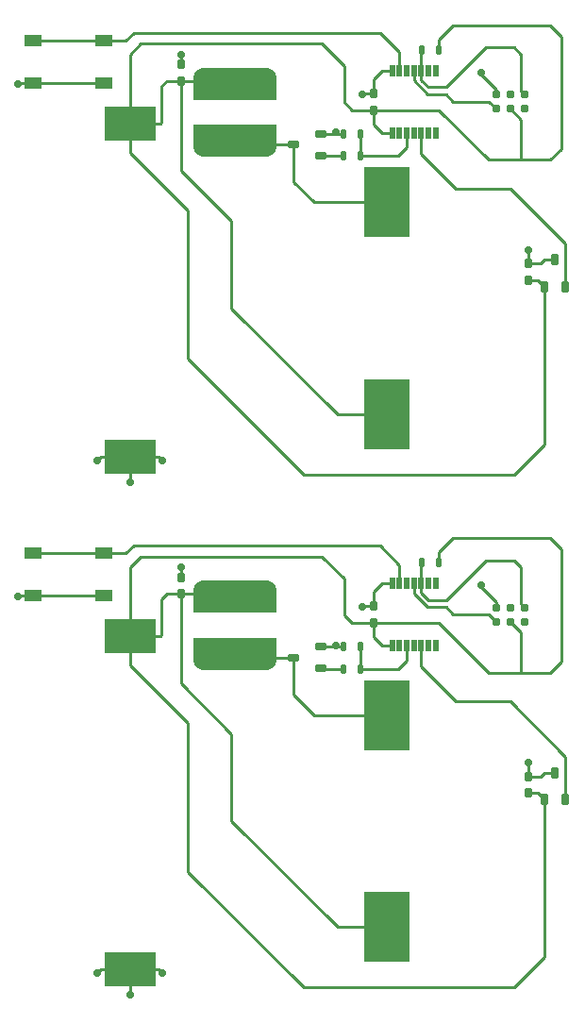
<source format=gtl>
%FSLAX46Y46*%
%MOMM*%
%ADD10C,0.250000*%
%AMPS17*
21,1,6.200000,4.000000,0.000000,0.000000,270.000000*
%
%ADD17PS17*%
%AMPS19*
21,1,1.000000,1.600000,0.000000,0.000000,90.000000*
%
%ADD19PS19*%
%AMPS18*
21,1,1.000000,1.600000,0.000000,0.000000,270.000000*
%
%ADD18PS18*%
%AMPS11*
21,1,0.450000,1.050000,0.000000,0.000000,0.000000*
%
%ADD11PS11*%
%AMPS12*
21,1,0.450000,1.050000,0.000000,0.000000,180.000000*
%
%ADD12PS12*%
%AMPS23*
21,1,3.040000,4.510000,0.000000,0.000000,90.000000*
%
%ADD23PS23*%
%AMPS25*
1,1,0.700000,0.000000,0.000000*
%
%ADD25PS25*%
%AMPS21*
1,1,2.000000,-2.750000,0.450000*
1,1,2.000000,2.750000,0.450000*
4,1,4,
-3.750000,-1.450000,
-3.750000,0.450000,
3.750000,0.450000,
3.750000,-1.450000,
-3.750000,-1.450000,
0*
21,1,5.500000,2.900000,0.000000,0.000000,0.000000*
%
%ADD21PS21*%
%AMPS20*
1,1,2.000000,2.750000,-0.450000*
1,1,2.000000,-2.750000,-0.450000*
4,1,4,
3.750000,1.450000,
3.750000,-0.450000,
-3.750000,-0.450000,
-3.750000,1.450000,
3.750000,1.450000,
0*
21,1,5.500000,2.900000,0.000000,0.000000,180.000000*
%
%ADD20PS20*%
%AMPS15*
1,1,0.360000,0.195000,0.220000*
1,1,0.360000,-0.195000,-0.220000*
1,1,0.360000,-0.195000,0.220000*
21,1,0.800000,0.390000,0.000000,0.000000,90.000000*
21,1,0.440000,0.750000,0.000000,0.000000,90.000000*
1,1,0.360000,0.195000,-0.220000*
%
%ADD15PS15*%
%AMPS22*
1,1,0.240000,0.130000,-0.330000*
1,1,0.240000,-0.130000,0.330000*
1,1,0.240000,0.130000,0.330000*
21,1,0.500000,0.660000,0.000000,0.000000,0.000000*
21,1,0.260000,0.900000,0.000000,0.000000,0.000000*
1,1,0.240000,-0.130000,-0.330000*
%
%ADD22PS22*%
%AMPS13*
1,1,0.240000,-0.130000,0.330000*
1,1,0.240000,0.130000,-0.330000*
1,1,0.240000,-0.130000,-0.330000*
21,1,0.500000,0.660000,0.000000,0.000000,180.000000*
21,1,0.260000,0.900000,0.000000,0.000000,180.000000*
1,1,0.240000,0.130000,0.330000*
%
%ADD13PS13*%
%AMPS16*
1,1,0.340000,-0.180000,0.330000*
1,1,0.340000,0.180000,-0.330000*
1,1,0.340000,-0.180000,-0.330000*
21,1,0.700000,0.660000,0.000000,0.000000,180.000000*
21,1,0.360000,1.000000,0.000000,0.000000,180.000000*
1,1,0.340000,0.180000,0.330000*
%
%ADD16PS16*%
%AMPS24*
1,1,0.340000,-0.330000,-0.180000*
1,1,0.340000,0.330000,0.180000*
1,1,0.340000,0.330000,-0.180000*
21,1,0.700000,0.660000,0.000000,0.000000,270.000000*
21,1,0.360000,1.000000,0.000000,0.000000,270.000000*
1,1,0.340000,-0.330000,0.180000*
%
%ADD24PS24*%
%AMPS14*
1,1,0.787400,0.000000,0.000000*
%
%ADD14PS14*%
G01*
G01*
%LPD*%
D10*
X50775000Y69575000D02*
X45825000Y74525000D01*
D10*
X33537849Y83077031D02*
X33537849Y84337849D01*
D10*
X36512849Y79552031D02*
X36512849Y78212849D01*
D10*
X9375000Y87800000D02*
X11325000Y87800000D01*
D10*
X11700000Y50495000D02*
X11700000Y48200000D01*
D10*
X16250000Y76150000D02*
X16250000Y84175000D01*
D10*
X34775000Y54300000D02*
X30300000Y54300000D01*
D10*
X46150000Y48850000D02*
X48875000Y51575000D01*
D10*
X45812849Y81692031D02*
X46800000Y80704880D01*
D10*
X43909880Y82325000D02*
X40689880Y82325000D01*
D10*
X12025000Y88500000D02*
X34125000Y88500000D01*
D10*
X47450000Y66300000D02*
X48325000Y66300000D01*
D10*
X21460718Y78464282D02*
X21125000Y78800000D01*
D10*
X32335714Y79464282D02*
X32335714Y77464282D01*
D10*
X20850000Y84175000D02*
X21125000Y83900000D01*
D10*
X37812849Y86882021D02*
X37899724Y86968896D01*
D10*
X26385714Y78464282D02*
X26385714Y75114286D01*
D10*
X50375000Y88175000D02*
X50375000Y78100000D01*
D10*
X9120000Y50495000D02*
X8775000Y50150000D01*
D10*
X1675000Y84000000D02*
X1625000Y83950000D01*
D10*
X47082849Y82962031D02*
X46800000Y83244880D01*
D10*
X12675000Y87525000D02*
X11700000Y86550000D01*
D10*
X26385714Y78464282D02*
X21460718Y78464282D01*
D10*
X11700000Y80355000D02*
X14405000Y80355000D01*
D10*
X14975000Y84175000D02*
X16250000Y84175000D01*
D10*
X11700000Y80355000D02*
X11700000Y77775000D01*
D10*
X11700000Y86550000D02*
X11700000Y80355000D01*
D10*
X28925000Y87525000D02*
X12675000Y87525000D01*
D10*
X35862849Y86762151D02*
X35862849Y85102031D01*
D10*
X50375000Y78100000D02*
X49400000Y77125000D01*
D10*
X16900000Y72575000D02*
X16900000Y59250000D01*
D10*
X16250000Y84175000D02*
X20850000Y84175000D01*
D10*
X32602031Y83077031D02*
X32500000Y82975000D01*
D10*
X14280000Y50495000D02*
X14625000Y50150000D01*
D10*
X11700000Y50495000D02*
X9120000Y50495000D01*
D10*
X20800000Y71600000D02*
X16250000Y76150000D01*
D10*
X46800000Y83244880D02*
X46800000Y86550000D01*
D10*
X37812849Y85102031D02*
X37812849Y86882021D01*
D10*
X28200000Y73300000D02*
X34775000Y73300000D01*
D10*
X48325000Y66300000D02*
X48875000Y65750000D01*
D10*
X39422969Y81577031D02*
X33537849Y81577031D01*
D10*
X39399724Y86968896D02*
X39399724Y87924724D01*
D10*
X49400000Y89150000D02*
X50375000Y88175000D01*
D10*
X29985716Y79414282D02*
X28785714Y79414282D01*
D10*
X46800000Y77125000D02*
X43875000Y77125000D01*
D10*
X30835714Y77464282D02*
X28835714Y77464282D01*
D10*
X27300000Y48850000D02*
X46150000Y48850000D01*
D10*
X16900000Y59250000D02*
X27300000Y48850000D01*
D10*
X33537849Y81577031D02*
X31622969Y81577031D01*
D10*
X33537849Y80312151D02*
X33537849Y81577031D01*
D10*
X48875000Y51575000D02*
X48875000Y65750000D01*
D10*
X14525000Y83725000D02*
X14975000Y84175000D01*
D10*
X11700000Y50495000D02*
X14280000Y50495000D01*
D10*
X2975000Y84000000D02*
X1675000Y84000000D01*
D10*
X50775000Y65750000D02*
X50775000Y69575000D01*
D10*
X40950000Y74525000D02*
X37812849Y77662151D01*
D10*
X30835714Y79464282D02*
X30235712Y79464282D01*
D10*
X34297969Y79552031D02*
X33537849Y80312151D01*
D10*
X40037849Y82977031D02*
X38412849Y82977031D01*
D10*
X49400000Y77125000D02*
X46800000Y77125000D01*
D10*
X44542849Y82962031D02*
X44542849Y83433715D01*
D10*
X47450000Y67800000D02*
X47450000Y69000000D01*
D10*
X45825000Y74525000D02*
X40950000Y74525000D01*
D10*
X34302031Y85102031D02*
X35212849Y85102031D01*
D10*
X33537849Y83077031D02*
X32602031Y83077031D01*
D10*
X40625000Y89150000D02*
X49400000Y89150000D01*
D10*
X44542849Y81692031D02*
X43909880Y82325000D01*
D10*
X11700000Y77775000D02*
X16900000Y72575000D01*
D10*
X30135714Y79564280D02*
X29985716Y79414282D01*
D10*
X35212849Y79552031D02*
X34297969Y79552031D01*
D10*
X14405000Y80355000D02*
X14525000Y80475000D01*
D10*
X47450000Y67800000D02*
X48525000Y67800000D01*
D10*
X46150000Y87200000D02*
X43610818Y87200000D01*
D10*
X9375000Y87800000D02*
X2975000Y87800000D01*
D10*
X26385714Y75114286D02*
X28200000Y73300000D01*
D10*
X31622969Y81577031D02*
X30925000Y82275000D01*
D10*
X37162849Y84227031D02*
X37162849Y85102031D01*
D10*
X30235712Y79464282D02*
X30135714Y79564280D01*
D10*
X37812849Y77662151D02*
X37812849Y79552031D01*
D10*
X33537849Y84337849D02*
X34302031Y85102031D01*
D10*
X30925000Y82275000D02*
X30925000Y85525000D01*
D10*
X43875000Y77125000D02*
X39422969Y81577031D01*
D10*
X40037849Y83627031D02*
X38469971Y83627031D01*
D10*
X16250000Y85675000D02*
X16250000Y86550000D01*
D10*
X14525000Y80475000D02*
X14525000Y83725000D01*
D10*
X48525000Y67800000D02*
X48875000Y68150000D01*
D10*
X38412849Y82977031D02*
X37162849Y84227031D01*
D10*
X34125000Y88500000D02*
X35862849Y86762151D01*
D10*
X30300000Y54300000D02*
X20800000Y63800000D01*
D10*
X30925000Y85525000D02*
X28925000Y87525000D01*
D10*
X46800000Y80704880D02*
X46800000Y77125000D01*
D10*
X43610818Y87200000D02*
X40037849Y83627031D01*
D10*
X37812849Y84284153D02*
X37812849Y85102031D01*
D10*
X28835714Y77464282D02*
X28785714Y77514282D01*
D10*
X38469971Y83627031D02*
X37812849Y84284153D01*
D10*
X43190349Y84786215D02*
X43190349Y84927031D01*
D10*
X44542849Y83433715D02*
X43190349Y84786215D01*
D10*
X40689880Y82325000D02*
X40037849Y82977031D01*
D10*
X46800000Y86550000D02*
X46150000Y87200000D01*
D10*
X9375000Y84000000D02*
X2975000Y84000000D01*
D10*
X36512849Y78212849D02*
X35764282Y77464282D01*
D10*
X39399724Y87924724D02*
X40625000Y89150000D01*
D10*
X48875000Y68150000D02*
X49825000Y68150000D01*
D10*
X35764282Y77464282D02*
X32335714Y77464282D01*
D10*
X11325000Y87800000D02*
X12025000Y88500000D01*
D10*
X20800000Y63800000D02*
X20800000Y71600000D01*
D10*
X50775000Y23575000D02*
X45825000Y28525000D01*
D10*
X33537849Y37077031D02*
X33537849Y38337849D01*
D10*
X36512849Y33552031D02*
X36512849Y32212849D01*
D10*
X9375000Y41800000D02*
X11325000Y41800000D01*
D10*
X11700000Y4495000D02*
X11700000Y2200000D01*
D10*
X16250000Y30150000D02*
X16250000Y38175000D01*
D10*
X34775000Y8300000D02*
X30300000Y8300000D01*
D10*
X46150000Y2850000D02*
X48875000Y5575000D01*
D10*
X45812849Y35692031D02*
X46800000Y34704880D01*
D10*
X43909880Y36325000D02*
X40689880Y36325000D01*
D10*
X12025000Y42500000D02*
X34125000Y42500000D01*
D10*
X47450000Y20300000D02*
X48325000Y20300000D01*
D10*
X21460718Y32464282D02*
X21125000Y32800000D01*
D10*
X32335714Y33464282D02*
X32335714Y31464282D01*
D10*
X20850000Y38175000D02*
X21125000Y37900000D01*
D10*
X37812849Y40882021D02*
X37899724Y40968896D01*
D10*
X26385714Y32464282D02*
X26385714Y29114286D01*
D10*
X50375000Y42175000D02*
X50375000Y32100000D01*
D10*
X9120000Y4495000D02*
X8775000Y4150000D01*
D10*
X1675000Y38000000D02*
X1625000Y37950000D01*
D10*
X47082849Y36962031D02*
X46800000Y37244880D01*
D10*
X12675000Y41525000D02*
X11700000Y40550000D01*
D10*
X26385714Y32464282D02*
X21460718Y32464282D01*
D10*
X11700000Y34355000D02*
X14405000Y34355000D01*
D10*
X14975000Y38175000D02*
X16250000Y38175000D01*
D10*
X11700000Y34355000D02*
X11700000Y31775000D01*
D10*
X11700000Y40550000D02*
X11700000Y34355000D01*
D10*
X28925000Y41525000D02*
X12675000Y41525000D01*
D10*
X35862849Y40762151D02*
X35862849Y39102031D01*
D10*
X50375000Y32100000D02*
X49400000Y31125000D01*
D10*
X16900000Y26575000D02*
X16900000Y13250000D01*
D10*
X16250000Y38175000D02*
X20850000Y38175000D01*
D10*
X32602031Y37077031D02*
X32500000Y36975000D01*
D10*
X14280000Y4495000D02*
X14625000Y4150000D01*
D10*
X11700000Y4495000D02*
X9120000Y4495000D01*
D10*
X20800000Y25600000D02*
X16250000Y30150000D01*
D10*
X46800000Y37244880D02*
X46800000Y40550000D01*
D10*
X37812849Y39102031D02*
X37812849Y40882021D01*
D10*
X28200000Y27300000D02*
X34775000Y27300000D01*
D10*
X48325000Y20300000D02*
X48875000Y19750000D01*
D10*
X39422969Y35577031D02*
X33537849Y35577031D01*
D10*
X39399724Y40968896D02*
X39399724Y41924724D01*
D10*
X49400000Y43150000D02*
X50375000Y42175000D01*
D10*
X29985716Y33414282D02*
X28785714Y33414282D01*
D10*
X46800000Y31125000D02*
X43875000Y31125000D01*
D10*
X30835714Y31464282D02*
X28835714Y31464282D01*
D10*
X27300000Y2850000D02*
X46150000Y2850000D01*
D10*
X16900000Y13250000D02*
X27300000Y2850000D01*
D10*
X33537849Y35577031D02*
X31622969Y35577031D01*
D10*
X33537849Y34312151D02*
X33537849Y35577031D01*
D10*
X48875000Y5575000D02*
X48875000Y19750000D01*
D10*
X14525000Y37725000D02*
X14975000Y38175000D01*
D10*
X11700000Y4495000D02*
X14280000Y4495000D01*
D10*
X2975000Y38000000D02*
X1675000Y38000000D01*
D10*
X50775000Y19750000D02*
X50775000Y23575000D01*
D10*
X40950000Y28525000D02*
X37812849Y31662151D01*
D10*
X30835714Y33464282D02*
X30235712Y33464282D01*
D10*
X34297969Y33552031D02*
X33537849Y34312151D01*
D10*
X40037849Y36977031D02*
X38412849Y36977031D01*
D10*
X49400000Y31125000D02*
X46800000Y31125000D01*
D10*
X44542849Y36962031D02*
X44542849Y37433715D01*
D10*
X47450000Y21800000D02*
X47450000Y23000000D01*
D10*
X45825000Y28525000D02*
X40950000Y28525000D01*
D10*
X34302031Y39102031D02*
X35212849Y39102031D01*
D10*
X33537849Y37077031D02*
X32602031Y37077031D01*
D10*
X40625000Y43150000D02*
X49400000Y43150000D01*
D10*
X44542849Y35692031D02*
X43909880Y36325000D01*
D10*
X11700000Y31775000D02*
X16900000Y26575000D01*
D10*
X30135714Y33564280D02*
X29985716Y33414282D01*
D10*
X35212849Y33552031D02*
X34297969Y33552031D01*
D10*
X14405000Y34355000D02*
X14525000Y34475000D01*
D10*
X47450000Y21800000D02*
X48525000Y21800000D01*
D10*
X46150000Y41200000D02*
X43610818Y41200000D01*
D10*
X9375000Y41800000D02*
X2975000Y41800000D01*
D10*
X26385714Y29114286D02*
X28200000Y27300000D01*
D10*
X31622969Y35577031D02*
X30925000Y36275000D01*
D10*
X37162849Y38227031D02*
X37162849Y39102031D01*
D10*
X30235712Y33464282D02*
X30135714Y33564280D01*
D10*
X37812849Y31662151D02*
X37812849Y33552031D01*
D10*
X33537849Y38337849D02*
X34302031Y39102031D01*
D10*
X30925000Y36275000D02*
X30925000Y39525000D01*
D10*
X43875000Y31125000D02*
X39422969Y35577031D01*
D10*
X40037849Y37627031D02*
X38469971Y37627031D01*
D10*
X16250000Y39675000D02*
X16250000Y40550000D01*
D10*
X14525000Y34475000D02*
X14525000Y37725000D01*
D10*
X48525000Y21800000D02*
X48875000Y22150000D01*
D10*
X38412849Y36977031D02*
X37162849Y38227031D01*
D10*
X34125000Y42500000D02*
X35862849Y40762151D01*
D10*
X30300000Y8300000D02*
X20800000Y17800000D01*
D10*
X30925000Y39525000D02*
X28925000Y41525000D01*
D10*
X46800000Y34704880D02*
X46800000Y31125000D01*
D10*
X43610818Y41200000D02*
X40037849Y37627031D01*
D10*
X37812849Y38284153D02*
X37812849Y39102031D01*
D10*
X28835714Y31464282D02*
X28785714Y31514282D01*
D10*
X38469971Y37627031D02*
X37812849Y38284153D01*
D10*
X43190349Y38786215D02*
X43190349Y38927031D01*
D10*
X44542849Y37433715D02*
X43190349Y38786215D01*
D10*
X40689880Y36325000D02*
X40037849Y36977031D01*
D10*
X46800000Y40550000D02*
X46150000Y41200000D01*
D10*
X9375000Y38000000D02*
X2975000Y38000000D01*
D10*
X36512849Y32212849D02*
X35764282Y31464282D01*
D10*
X39399724Y41924724D02*
X40625000Y43150000D01*
D10*
X48875000Y22150000D02*
X49825000Y22150000D01*
D10*
X35764282Y31464282D02*
X32335714Y31464282D01*
D10*
X11325000Y41800000D02*
X12025000Y42500000D01*
D10*
X20800000Y17800000D02*
X20800000Y25600000D01*
G75*
D11*
X37812849Y79552031D03*
D12*
X36512849Y85102031D03*
D12*
X39112849Y85102031D03*
D12*
X37812849Y85102031D03*
D12*
X35212849Y85102031D03*
D11*
X35212849Y79552031D03*
D11*
X37162849Y79552031D03*
D11*
X39112849Y79552031D03*
D11*
X36512849Y79552031D03*
D12*
X37162849Y85102031D03*
D11*
X35862849Y79552031D03*
D12*
X35862849Y85102031D03*
D12*
X38462849Y85102031D03*
D11*
X38462849Y79552031D03*
D13*
X32335714Y79464282D03*
D13*
X30835714Y79464282D03*
D14*
X44542849Y82962031D03*
D14*
X47082849Y82962031D03*
D14*
X47082849Y81692031D03*
D14*
X45812849Y81692031D03*
D14*
X45812849Y82962031D03*
D14*
X44542849Y81692031D03*
D15*
X47450000Y67800000D03*
D15*
X47450000Y66300000D03*
D13*
X39399724Y86968896D03*
D13*
X37899724Y86968896D03*
D16*
X49825000Y68150000D03*
D16*
X48875000Y65750000D03*
D16*
X50775000Y65750000D03*
D17*
X34775000Y73300000D03*
D17*
X34775000Y54300000D03*
D15*
X16250000Y85675000D03*
D15*
X16250000Y84175000D03*
D18*
X2975000Y87800000D03*
D19*
X9375000Y84000000D03*
D19*
X9375000Y87800000D03*
D18*
X2975000Y84000000D03*
D20*
X21125000Y78800000D03*
D21*
X21125000Y83900000D03*
D22*
X30835714Y77464282D03*
D22*
X32335714Y77464282D03*
D23*
X11700000Y50495000D03*
D23*
X11700000Y80355000D03*
D24*
X26385714Y78464282D03*
D24*
X28785714Y77514282D03*
D24*
X28785714Y79414282D03*
D15*
X33537849Y83077031D03*
D15*
X33537849Y81577031D03*
D25*
X43190349Y84927031D03*
D25*
X8775000Y50150000D03*
D25*
X16250000Y86550000D03*
D25*
X32500000Y82975000D03*
D25*
X11700000Y48200000D03*
D25*
X30135714Y79564280D03*
D25*
X47450000Y69000000D03*
D25*
X14625000Y50150000D03*
D25*
X1625000Y83950000D03*
D11*
X37812849Y33552031D03*
D12*
X36512849Y39102031D03*
D12*
X39112849Y39102031D03*
D12*
X37812849Y39102031D03*
D12*
X35212849Y39102031D03*
D11*
X35212849Y33552031D03*
D11*
X37162849Y33552031D03*
D11*
X39112849Y33552031D03*
D11*
X36512849Y33552031D03*
D12*
X37162849Y39102031D03*
D11*
X35862849Y33552031D03*
D12*
X35862849Y39102031D03*
D12*
X38462849Y39102031D03*
D11*
X38462849Y33552031D03*
D13*
X32335714Y33464282D03*
D13*
X30835714Y33464282D03*
D14*
X44542849Y36962031D03*
D14*
X47082849Y36962031D03*
D14*
X47082849Y35692031D03*
D14*
X45812849Y35692031D03*
D14*
X45812849Y36962031D03*
D14*
X44542849Y35692031D03*
D15*
X47450000Y21800000D03*
D15*
X47450000Y20300000D03*
D13*
X39399724Y40968896D03*
D13*
X37899724Y40968896D03*
D16*
X49825000Y22150000D03*
D16*
X48875000Y19750000D03*
D16*
X50775000Y19750000D03*
D17*
X34775000Y27300000D03*
D17*
X34775000Y8300000D03*
D15*
X16250000Y39675000D03*
D15*
X16250000Y38175000D03*
D18*
X2975000Y41800000D03*
D19*
X9375000Y38000000D03*
D19*
X9375000Y41800000D03*
D18*
X2975000Y38000000D03*
D20*
X21125000Y32800000D03*
D21*
X21125000Y37900000D03*
D22*
X30835714Y31464282D03*
D22*
X32335714Y31464282D03*
D23*
X11700000Y4495000D03*
D23*
X11700000Y34355000D03*
D24*
X26385714Y32464282D03*
D24*
X28785714Y31514282D03*
D24*
X28785714Y33414282D03*
D15*
X33537849Y37077031D03*
D15*
X33537849Y35577031D03*
D25*
X43190349Y38927031D03*
D25*
X8775000Y4150000D03*
D25*
X16250000Y40550000D03*
D25*
X32500000Y36975000D03*
D25*
X11700000Y2200000D03*
D25*
X30135714Y33564280D03*
D25*
X47450000Y23000000D03*
D25*
X14625000Y4150000D03*
D25*
X1625000Y37950000D03*
M02*

</source>
